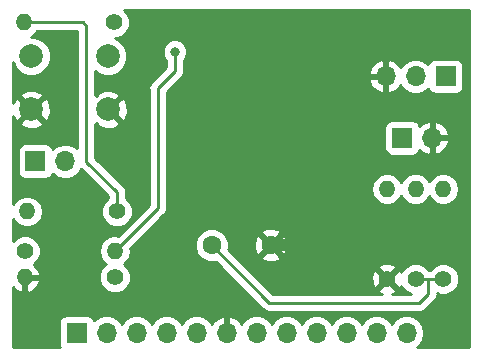
<source format=gbr>
%TF.GenerationSoftware,KiCad,Pcbnew,5.0.2-bee76a0~70~ubuntu18.04.1*%
%TF.CreationDate,2019-02-17T22:46:45-03:00*%
%TF.ProjectId,ESP12-breakout-r01,45535031-322d-4627-9265-616b6f75742d,rev?*%
%TF.SameCoordinates,Original*%
%TF.FileFunction,Copper,L2,Bot*%
%TF.FilePolarity,Positive*%
%FSLAX46Y46*%
G04 Gerber Fmt 4.6, Leading zero omitted, Abs format (unit mm)*
G04 Created by KiCad (PCBNEW 5.0.2-bee76a0~70~ubuntu18.04.1) date dom 17 fev 2019 22:46:45 -03*
%MOMM*%
%LPD*%
G01*
G04 APERTURE LIST*
%ADD10C,1.400000*%
%ADD11O,1.400000X1.400000*%
%ADD12C,2.000000*%
%ADD13C,1.600000*%
%ADD14O,1.700000X1.700000*%
%ADD15R,1.700000X1.700000*%
%ADD16C,0.800000*%
%ADD17C,0.254000*%
%ADD18C,1.000000*%
G04 APERTURE END LIST*
D10*
X182308500Y-38100000D03*
D11*
X182308500Y-30480000D03*
X179959000Y-30480000D03*
D10*
X179959000Y-38100000D03*
X177546000Y-38100000D03*
D11*
X177546000Y-30480000D03*
X146875500Y-37973000D03*
D10*
X154495500Y-37973000D03*
X146875500Y-35750500D03*
D11*
X154495500Y-35750500D03*
X147066000Y-32385000D03*
D10*
X154686000Y-32385000D03*
X154432000Y-16383000D03*
D11*
X146812000Y-16383000D03*
D12*
X153924000Y-19249000D03*
X153924000Y-23749000D03*
X147424000Y-19249000D03*
X147424000Y-23749000D03*
D13*
X162687000Y-35242500D03*
X167687000Y-35242500D03*
D14*
X181356000Y-26162000D03*
D15*
X178816000Y-26162000D03*
X147764500Y-28130500D03*
D14*
X150304500Y-28130500D03*
D15*
X182499000Y-20955000D03*
D14*
X179959000Y-20955000D03*
X177419000Y-20955000D03*
D15*
X151257000Y-42672000D03*
D14*
X153797000Y-42672000D03*
X156337000Y-42672000D03*
X158877000Y-42672000D03*
X161417000Y-42672000D03*
X163957000Y-42672000D03*
X166497000Y-42672000D03*
X169037000Y-42672000D03*
X171577000Y-42672000D03*
X174117000Y-42672000D03*
X176657000Y-42672000D03*
X179197000Y-42672000D03*
D16*
X159575500Y-18859500D03*
X174815500Y-30861000D03*
X173291500Y-32004000D03*
D17*
X152082500Y-16700500D02*
X151765000Y-16383000D01*
X151765000Y-16383000D02*
X146812000Y-16383000D01*
X152082500Y-28166538D02*
X152082500Y-16700500D01*
X154686000Y-32385000D02*
X154686000Y-30770038D01*
X154686000Y-30770038D02*
X152082500Y-28166538D01*
X162687000Y-35242500D02*
X167576500Y-40132000D01*
X180276500Y-40132000D02*
X181038500Y-39370000D01*
X167576500Y-40132000D02*
X180276500Y-40132000D01*
X182308500Y-38100000D02*
X181038500Y-38100000D01*
X181038500Y-39370000D02*
X181038500Y-38100000D01*
X181038500Y-38100000D02*
X179959000Y-38100000D01*
X159575500Y-18859500D02*
X159575500Y-20510500D01*
X158115000Y-21971000D02*
X159575500Y-20510500D01*
X158115000Y-32131000D02*
X158115000Y-21971000D01*
X154495500Y-35750500D02*
X158115000Y-32131000D01*
D18*
X170434000Y-35242500D02*
X174815500Y-30861000D01*
X167687000Y-35242500D02*
X170434000Y-35242500D01*
D17*
G36*
X184456000Y-43867000D02*
X180081485Y-43867000D01*
X180267625Y-43742625D01*
X180595839Y-43251418D01*
X180711092Y-42672000D01*
X180595839Y-42092582D01*
X180267625Y-41601375D01*
X179776418Y-41273161D01*
X179343256Y-41187000D01*
X179050744Y-41187000D01*
X178617582Y-41273161D01*
X178126375Y-41601375D01*
X177927000Y-41899761D01*
X177727625Y-41601375D01*
X177236418Y-41273161D01*
X176803256Y-41187000D01*
X176510744Y-41187000D01*
X176077582Y-41273161D01*
X175586375Y-41601375D01*
X175387000Y-41899761D01*
X175187625Y-41601375D01*
X174696418Y-41273161D01*
X174263256Y-41187000D01*
X173970744Y-41187000D01*
X173537582Y-41273161D01*
X173046375Y-41601375D01*
X172847000Y-41899761D01*
X172647625Y-41601375D01*
X172156418Y-41273161D01*
X171723256Y-41187000D01*
X171430744Y-41187000D01*
X170997582Y-41273161D01*
X170506375Y-41601375D01*
X170307000Y-41899761D01*
X170107625Y-41601375D01*
X169616418Y-41273161D01*
X169183256Y-41187000D01*
X168890744Y-41187000D01*
X168457582Y-41273161D01*
X167966375Y-41601375D01*
X167767000Y-41899761D01*
X167567625Y-41601375D01*
X167076418Y-41273161D01*
X166643256Y-41187000D01*
X166350744Y-41187000D01*
X165917582Y-41273161D01*
X165426375Y-41601375D01*
X165213157Y-41920478D01*
X165152183Y-41790642D01*
X164723924Y-41400355D01*
X164313890Y-41230524D01*
X164084000Y-41351845D01*
X164084000Y-42545000D01*
X164104000Y-42545000D01*
X164104000Y-42799000D01*
X164084000Y-42799000D01*
X164084000Y-42819000D01*
X163830000Y-42819000D01*
X163830000Y-42799000D01*
X163810000Y-42799000D01*
X163810000Y-42545000D01*
X163830000Y-42545000D01*
X163830000Y-41351845D01*
X163600110Y-41230524D01*
X163190076Y-41400355D01*
X162761817Y-41790642D01*
X162700843Y-41920478D01*
X162487625Y-41601375D01*
X161996418Y-41273161D01*
X161563256Y-41187000D01*
X161270744Y-41187000D01*
X160837582Y-41273161D01*
X160346375Y-41601375D01*
X160147000Y-41899761D01*
X159947625Y-41601375D01*
X159456418Y-41273161D01*
X159023256Y-41187000D01*
X158730744Y-41187000D01*
X158297582Y-41273161D01*
X157806375Y-41601375D01*
X157607000Y-41899761D01*
X157407625Y-41601375D01*
X156916418Y-41273161D01*
X156483256Y-41187000D01*
X156190744Y-41187000D01*
X155757582Y-41273161D01*
X155266375Y-41601375D01*
X155067000Y-41899761D01*
X154867625Y-41601375D01*
X154376418Y-41273161D01*
X153943256Y-41187000D01*
X153650744Y-41187000D01*
X153217582Y-41273161D01*
X152726375Y-41601375D01*
X152714184Y-41619619D01*
X152705157Y-41574235D01*
X152564809Y-41364191D01*
X152354765Y-41223843D01*
X152107000Y-41174560D01*
X150407000Y-41174560D01*
X150159235Y-41223843D01*
X149949191Y-41364191D01*
X149808843Y-41574235D01*
X149759560Y-41822000D01*
X149759560Y-43522000D01*
X149808843Y-43769765D01*
X149873814Y-43867000D01*
X145871000Y-43867000D01*
X145871000Y-38813952D01*
X146072837Y-39039764D01*
X146542169Y-39265727D01*
X146748500Y-39143206D01*
X146748500Y-38100000D01*
X147002500Y-38100000D01*
X147002500Y-39143206D01*
X147208831Y-39265727D01*
X147678163Y-39039764D01*
X148025297Y-38651396D01*
X148168216Y-38306329D01*
X148044874Y-38100000D01*
X147002500Y-38100000D01*
X146748500Y-38100000D01*
X146728500Y-38100000D01*
X146728500Y-37846000D01*
X146748500Y-37846000D01*
X146748500Y-37826000D01*
X147002500Y-37826000D01*
X147002500Y-37846000D01*
X148044874Y-37846000D01*
X148168216Y-37639671D01*
X148025297Y-37294604D01*
X147678163Y-36906236D01*
X147629912Y-36883005D01*
X147631717Y-36882258D01*
X148007258Y-36506717D01*
X148210500Y-36016048D01*
X148210500Y-35750500D01*
X153134346Y-35750500D01*
X153237958Y-36271391D01*
X153533019Y-36712981D01*
X153733552Y-36846973D01*
X153363742Y-37216783D01*
X153160500Y-37707452D01*
X153160500Y-38238548D01*
X153363742Y-38729217D01*
X153739283Y-39104758D01*
X154229952Y-39308000D01*
X154761048Y-39308000D01*
X155251717Y-39104758D01*
X155627258Y-38729217D01*
X155830500Y-38238548D01*
X155830500Y-37707452D01*
X155627258Y-37216783D01*
X155257448Y-36846973D01*
X155457981Y-36712981D01*
X155753042Y-36271391D01*
X155856654Y-35750500D01*
X155809614Y-35514016D01*
X156366569Y-34957061D01*
X161252000Y-34957061D01*
X161252000Y-35527939D01*
X161470466Y-36055362D01*
X161874138Y-36459034D01*
X162401561Y-36677500D01*
X162972439Y-36677500D01*
X163023302Y-36656432D01*
X166984618Y-40617749D01*
X167027129Y-40681371D01*
X167090751Y-40723882D01*
X167279181Y-40849787D01*
X167279182Y-40849787D01*
X167279183Y-40849788D01*
X167501452Y-40894000D01*
X167501456Y-40894000D01*
X167576499Y-40908927D01*
X167651542Y-40894000D01*
X180201457Y-40894000D01*
X180276500Y-40908927D01*
X180351543Y-40894000D01*
X180351548Y-40894000D01*
X180573817Y-40849788D01*
X180825871Y-40681371D01*
X180868383Y-40617747D01*
X181524250Y-39961881D01*
X181587871Y-39919371D01*
X181756288Y-39667317D01*
X181800500Y-39445048D01*
X181800500Y-39445047D01*
X181815428Y-39370000D01*
X181809089Y-39338131D01*
X182042952Y-39435000D01*
X182574048Y-39435000D01*
X183064717Y-39231758D01*
X183440258Y-38856217D01*
X183643500Y-38365548D01*
X183643500Y-37834452D01*
X183440258Y-37343783D01*
X183064717Y-36968242D01*
X182574048Y-36765000D01*
X182042952Y-36765000D01*
X181552283Y-36968242D01*
X181182525Y-37338000D01*
X181113548Y-37338000D01*
X181077880Y-37330905D01*
X180715217Y-36968242D01*
X180224548Y-36765000D01*
X179693452Y-36765000D01*
X179202783Y-36968242D01*
X178827242Y-37343783D01*
X178759221Y-37507999D01*
X178717042Y-37406169D01*
X178481275Y-37344331D01*
X177725605Y-38100000D01*
X178481275Y-38855669D01*
X178717042Y-38793831D01*
X178755802Y-38683745D01*
X178827242Y-38856217D01*
X179202783Y-39231758D01*
X179536528Y-39370000D01*
X178000925Y-39370000D01*
X178239831Y-39271042D01*
X178301669Y-39035275D01*
X177546000Y-38279605D01*
X176790331Y-39035275D01*
X176852169Y-39271042D01*
X177133233Y-39370000D01*
X167892131Y-39370000D01*
X166429253Y-37907122D01*
X176198581Y-37907122D01*
X176227336Y-38437440D01*
X176374958Y-38793831D01*
X176610725Y-38855669D01*
X177366395Y-38100000D01*
X176610725Y-37344331D01*
X176374958Y-37406169D01*
X176198581Y-37907122D01*
X166429253Y-37907122D01*
X165686856Y-37164725D01*
X176790331Y-37164725D01*
X177546000Y-37920395D01*
X178301669Y-37164725D01*
X178239831Y-36928958D01*
X177738878Y-36752581D01*
X177208560Y-36781336D01*
X176852169Y-36928958D01*
X176790331Y-37164725D01*
X165686856Y-37164725D01*
X164772376Y-36250245D01*
X166858861Y-36250245D01*
X166932995Y-36496364D01*
X167470223Y-36689465D01*
X168040454Y-36662278D01*
X168441005Y-36496364D01*
X168515139Y-36250245D01*
X167687000Y-35422105D01*
X166858861Y-36250245D01*
X164772376Y-36250245D01*
X164100932Y-35578802D01*
X164122000Y-35527939D01*
X164122000Y-35025723D01*
X166240035Y-35025723D01*
X166267222Y-35595954D01*
X166433136Y-35996505D01*
X166679255Y-36070639D01*
X167507395Y-35242500D01*
X167866605Y-35242500D01*
X168694745Y-36070639D01*
X168940864Y-35996505D01*
X169133965Y-35459277D01*
X169106778Y-34889046D01*
X168940864Y-34488495D01*
X168694745Y-34414361D01*
X167866605Y-35242500D01*
X167507395Y-35242500D01*
X166679255Y-34414361D01*
X166433136Y-34488495D01*
X166240035Y-35025723D01*
X164122000Y-35025723D01*
X164122000Y-34957061D01*
X163903534Y-34429638D01*
X163708651Y-34234755D01*
X166858861Y-34234755D01*
X167687000Y-35062895D01*
X168515139Y-34234755D01*
X168441005Y-33988636D01*
X167903777Y-33795535D01*
X167333546Y-33822722D01*
X166932995Y-33988636D01*
X166858861Y-34234755D01*
X163708651Y-34234755D01*
X163499862Y-34025966D01*
X162972439Y-33807500D01*
X162401561Y-33807500D01*
X161874138Y-34025966D01*
X161470466Y-34429638D01*
X161252000Y-34957061D01*
X156366569Y-34957061D01*
X158600750Y-32722881D01*
X158664371Y-32680371D01*
X158832788Y-32428317D01*
X158877000Y-32206048D01*
X158877000Y-32206043D01*
X158891927Y-32131000D01*
X158877000Y-32055957D01*
X158877000Y-30480000D01*
X176184846Y-30480000D01*
X176288458Y-31000891D01*
X176583519Y-31442481D01*
X177025109Y-31737542D01*
X177414515Y-31815000D01*
X177677485Y-31815000D01*
X178066891Y-31737542D01*
X178508481Y-31442481D01*
X178752500Y-31077281D01*
X178996519Y-31442481D01*
X179438109Y-31737542D01*
X179827515Y-31815000D01*
X180090485Y-31815000D01*
X180479891Y-31737542D01*
X180921481Y-31442481D01*
X181133750Y-31124798D01*
X181346019Y-31442481D01*
X181787609Y-31737542D01*
X182177015Y-31815000D01*
X182439985Y-31815000D01*
X182829391Y-31737542D01*
X183270981Y-31442481D01*
X183566042Y-31000891D01*
X183669654Y-30480000D01*
X183566042Y-29959109D01*
X183270981Y-29517519D01*
X182829391Y-29222458D01*
X182439985Y-29145000D01*
X182177015Y-29145000D01*
X181787609Y-29222458D01*
X181346019Y-29517519D01*
X181133750Y-29835202D01*
X180921481Y-29517519D01*
X180479891Y-29222458D01*
X180090485Y-29145000D01*
X179827515Y-29145000D01*
X179438109Y-29222458D01*
X178996519Y-29517519D01*
X178752500Y-29882719D01*
X178508481Y-29517519D01*
X178066891Y-29222458D01*
X177677485Y-29145000D01*
X177414515Y-29145000D01*
X177025109Y-29222458D01*
X176583519Y-29517519D01*
X176288458Y-29959109D01*
X176184846Y-30480000D01*
X158877000Y-30480000D01*
X158877000Y-25312000D01*
X177318560Y-25312000D01*
X177318560Y-27012000D01*
X177367843Y-27259765D01*
X177508191Y-27469809D01*
X177718235Y-27610157D01*
X177966000Y-27659440D01*
X179666000Y-27659440D01*
X179913765Y-27610157D01*
X180123809Y-27469809D01*
X180264157Y-27259765D01*
X180284739Y-27156292D01*
X180589076Y-27433645D01*
X180999110Y-27603476D01*
X181229000Y-27482155D01*
X181229000Y-26289000D01*
X181483000Y-26289000D01*
X181483000Y-27482155D01*
X181712890Y-27603476D01*
X182122924Y-27433645D01*
X182551183Y-27043358D01*
X182797486Y-26518892D01*
X182676819Y-26289000D01*
X181483000Y-26289000D01*
X181229000Y-26289000D01*
X181209000Y-26289000D01*
X181209000Y-26035000D01*
X181229000Y-26035000D01*
X181229000Y-24841845D01*
X181483000Y-24841845D01*
X181483000Y-26035000D01*
X182676819Y-26035000D01*
X182797486Y-25805108D01*
X182551183Y-25280642D01*
X182122924Y-24890355D01*
X181712890Y-24720524D01*
X181483000Y-24841845D01*
X181229000Y-24841845D01*
X180999110Y-24720524D01*
X180589076Y-24890355D01*
X180284739Y-25167708D01*
X180264157Y-25064235D01*
X180123809Y-24854191D01*
X179913765Y-24713843D01*
X179666000Y-24664560D01*
X177966000Y-24664560D01*
X177718235Y-24713843D01*
X177508191Y-24854191D01*
X177367843Y-25064235D01*
X177318560Y-25312000D01*
X158877000Y-25312000D01*
X158877000Y-22286630D01*
X159851738Y-21311892D01*
X175977514Y-21311892D01*
X176223817Y-21836358D01*
X176652076Y-22226645D01*
X177062110Y-22396476D01*
X177292000Y-22275155D01*
X177292000Y-21082000D01*
X176098181Y-21082000D01*
X175977514Y-21311892D01*
X159851738Y-21311892D01*
X160061249Y-21102382D01*
X160124871Y-21059871D01*
X160293288Y-20807817D01*
X160335001Y-20598108D01*
X175977514Y-20598108D01*
X176098181Y-20828000D01*
X177292000Y-20828000D01*
X177292000Y-19634845D01*
X177546000Y-19634845D01*
X177546000Y-20828000D01*
X177566000Y-20828000D01*
X177566000Y-21082000D01*
X177546000Y-21082000D01*
X177546000Y-22275155D01*
X177775890Y-22396476D01*
X178185924Y-22226645D01*
X178614183Y-21836358D01*
X178675157Y-21706522D01*
X178888375Y-22025625D01*
X179379582Y-22353839D01*
X179812744Y-22440000D01*
X180105256Y-22440000D01*
X180538418Y-22353839D01*
X181029625Y-22025625D01*
X181041816Y-22007381D01*
X181050843Y-22052765D01*
X181191191Y-22262809D01*
X181401235Y-22403157D01*
X181649000Y-22452440D01*
X183349000Y-22452440D01*
X183596765Y-22403157D01*
X183806809Y-22262809D01*
X183947157Y-22052765D01*
X183996440Y-21805000D01*
X183996440Y-20105000D01*
X183947157Y-19857235D01*
X183806809Y-19647191D01*
X183596765Y-19506843D01*
X183349000Y-19457560D01*
X181649000Y-19457560D01*
X181401235Y-19506843D01*
X181191191Y-19647191D01*
X181050843Y-19857235D01*
X181041816Y-19902619D01*
X181029625Y-19884375D01*
X180538418Y-19556161D01*
X180105256Y-19470000D01*
X179812744Y-19470000D01*
X179379582Y-19556161D01*
X178888375Y-19884375D01*
X178675157Y-20203478D01*
X178614183Y-20073642D01*
X178185924Y-19683355D01*
X177775890Y-19513524D01*
X177546000Y-19634845D01*
X177292000Y-19634845D01*
X177062110Y-19513524D01*
X176652076Y-19683355D01*
X176223817Y-20073642D01*
X175977514Y-20598108D01*
X160335001Y-20598108D01*
X160337500Y-20585548D01*
X160337500Y-20585543D01*
X160352427Y-20510500D01*
X160337500Y-20435457D01*
X160337500Y-19561211D01*
X160452931Y-19445780D01*
X160610500Y-19065374D01*
X160610500Y-18653626D01*
X160452931Y-18273220D01*
X160161780Y-17982069D01*
X159781374Y-17824500D01*
X159369626Y-17824500D01*
X158989220Y-17982069D01*
X158698069Y-18273220D01*
X158540500Y-18653626D01*
X158540500Y-19065374D01*
X158698069Y-19445780D01*
X158813500Y-19561211D01*
X158813501Y-20194868D01*
X157629251Y-21379119D01*
X157565630Y-21421629D01*
X157523119Y-21485251D01*
X157523118Y-21485252D01*
X157397213Y-21673683D01*
X157338073Y-21971000D01*
X157353001Y-22046048D01*
X157353000Y-31815369D01*
X154731984Y-34436386D01*
X154626985Y-34415500D01*
X154364015Y-34415500D01*
X153974609Y-34492958D01*
X153533019Y-34788019D01*
X153237958Y-35229609D01*
X153134346Y-35750500D01*
X148210500Y-35750500D01*
X148210500Y-35484952D01*
X148007258Y-34994283D01*
X147631717Y-34618742D01*
X147141048Y-34415500D01*
X146609952Y-34415500D01*
X146119283Y-34618742D01*
X145871000Y-34867025D01*
X145871000Y-32999492D01*
X146103519Y-33347481D01*
X146545109Y-33642542D01*
X146934515Y-33720000D01*
X147197485Y-33720000D01*
X147586891Y-33642542D01*
X148028481Y-33347481D01*
X148323542Y-32905891D01*
X148427154Y-32385000D01*
X148323542Y-31864109D01*
X148028481Y-31422519D01*
X147586891Y-31127458D01*
X147197485Y-31050000D01*
X146934515Y-31050000D01*
X146545109Y-31127458D01*
X146103519Y-31422519D01*
X145871000Y-31770508D01*
X145871000Y-24901532D01*
X146451073Y-24901532D01*
X146549736Y-25168387D01*
X147159461Y-25394908D01*
X147809460Y-25370856D01*
X148298264Y-25168387D01*
X148396927Y-24901532D01*
X147424000Y-23928605D01*
X146451073Y-24901532D01*
X145871000Y-24901532D01*
X145871000Y-24300693D01*
X146004613Y-24623264D01*
X146271468Y-24721927D01*
X147244395Y-23749000D01*
X147603605Y-23749000D01*
X148576532Y-24721927D01*
X148843387Y-24623264D01*
X149069908Y-24013539D01*
X149045856Y-23363540D01*
X148843387Y-22874736D01*
X148576532Y-22776073D01*
X147603605Y-23749000D01*
X147244395Y-23749000D01*
X146271468Y-22776073D01*
X146004613Y-22874736D01*
X145871000Y-23234381D01*
X145871000Y-22596468D01*
X146451073Y-22596468D01*
X147424000Y-23569395D01*
X148396927Y-22596468D01*
X148298264Y-22329613D01*
X147688539Y-22103092D01*
X147038540Y-22127144D01*
X146549736Y-22329613D01*
X146451073Y-22596468D01*
X145871000Y-22596468D01*
X145871000Y-19772187D01*
X146037914Y-20175153D01*
X146497847Y-20635086D01*
X147098778Y-20884000D01*
X147749222Y-20884000D01*
X148350153Y-20635086D01*
X148810086Y-20175153D01*
X149059000Y-19574222D01*
X149059000Y-18923778D01*
X148810086Y-18322847D01*
X148350153Y-17862914D01*
X147749222Y-17614000D01*
X147372614Y-17614000D01*
X147774481Y-17345481D01*
X147908438Y-17145000D01*
X151320501Y-17145000D01*
X151320500Y-27023376D01*
X150883918Y-26731661D01*
X150450756Y-26645500D01*
X150158244Y-26645500D01*
X149725082Y-26731661D01*
X149233875Y-27059875D01*
X149221684Y-27078119D01*
X149212657Y-27032735D01*
X149072309Y-26822691D01*
X148862265Y-26682343D01*
X148614500Y-26633060D01*
X146914500Y-26633060D01*
X146666735Y-26682343D01*
X146456691Y-26822691D01*
X146316343Y-27032735D01*
X146267060Y-27280500D01*
X146267060Y-28980500D01*
X146316343Y-29228265D01*
X146456691Y-29438309D01*
X146666735Y-29578657D01*
X146914500Y-29627940D01*
X148614500Y-29627940D01*
X148862265Y-29578657D01*
X149072309Y-29438309D01*
X149212657Y-29228265D01*
X149221684Y-29182881D01*
X149233875Y-29201125D01*
X149725082Y-29529339D01*
X150158244Y-29615500D01*
X150450756Y-29615500D01*
X150883918Y-29529339D01*
X151375125Y-29201125D01*
X151641219Y-28802887D01*
X153924001Y-31085670D01*
X153924001Y-31259024D01*
X153554242Y-31628783D01*
X153351000Y-32119452D01*
X153351000Y-32650548D01*
X153554242Y-33141217D01*
X153929783Y-33516758D01*
X154420452Y-33720000D01*
X154951548Y-33720000D01*
X155442217Y-33516758D01*
X155817758Y-33141217D01*
X156021000Y-32650548D01*
X156021000Y-32119452D01*
X155817758Y-31628783D01*
X155448000Y-31259025D01*
X155448000Y-30845080D01*
X155462927Y-30770037D01*
X155448000Y-30694994D01*
X155448000Y-30694990D01*
X155403788Y-30472721D01*
X155235371Y-30220667D01*
X155171749Y-30178156D01*
X152844500Y-27850908D01*
X152844500Y-25008108D01*
X152951074Y-24901534D01*
X153049736Y-25168387D01*
X153659461Y-25394908D01*
X154309460Y-25370856D01*
X154798264Y-25168387D01*
X154896927Y-24901532D01*
X153924000Y-23928605D01*
X153909858Y-23942748D01*
X153730253Y-23763143D01*
X153744395Y-23749000D01*
X154103605Y-23749000D01*
X155076532Y-24721927D01*
X155343387Y-24623264D01*
X155569908Y-24013539D01*
X155545856Y-23363540D01*
X155343387Y-22874736D01*
X155076532Y-22776073D01*
X154103605Y-23749000D01*
X153744395Y-23749000D01*
X153730253Y-23734858D01*
X153909858Y-23555253D01*
X153924000Y-23569395D01*
X154896927Y-22596468D01*
X154798264Y-22329613D01*
X154188539Y-22103092D01*
X153538540Y-22127144D01*
X153049736Y-22329613D01*
X152951074Y-22596466D01*
X152844500Y-22489892D01*
X152844500Y-20481739D01*
X152997847Y-20635086D01*
X153598778Y-20884000D01*
X154249222Y-20884000D01*
X154850153Y-20635086D01*
X155310086Y-20175153D01*
X155559000Y-19574222D01*
X155559000Y-18923778D01*
X155310086Y-18322847D01*
X154850153Y-17862914D01*
X154500300Y-17718000D01*
X154697548Y-17718000D01*
X155188217Y-17514758D01*
X155563758Y-17139217D01*
X155767000Y-16648548D01*
X155767000Y-16117452D01*
X155563758Y-15626783D01*
X155251975Y-15315000D01*
X184456001Y-15315000D01*
X184456000Y-43867000D01*
X184456000Y-43867000D01*
G37*
X184456000Y-43867000D02*
X180081485Y-43867000D01*
X180267625Y-43742625D01*
X180595839Y-43251418D01*
X180711092Y-42672000D01*
X180595839Y-42092582D01*
X180267625Y-41601375D01*
X179776418Y-41273161D01*
X179343256Y-41187000D01*
X179050744Y-41187000D01*
X178617582Y-41273161D01*
X178126375Y-41601375D01*
X177927000Y-41899761D01*
X177727625Y-41601375D01*
X177236418Y-41273161D01*
X176803256Y-41187000D01*
X176510744Y-41187000D01*
X176077582Y-41273161D01*
X175586375Y-41601375D01*
X175387000Y-41899761D01*
X175187625Y-41601375D01*
X174696418Y-41273161D01*
X174263256Y-41187000D01*
X173970744Y-41187000D01*
X173537582Y-41273161D01*
X173046375Y-41601375D01*
X172847000Y-41899761D01*
X172647625Y-41601375D01*
X172156418Y-41273161D01*
X171723256Y-41187000D01*
X171430744Y-41187000D01*
X170997582Y-41273161D01*
X170506375Y-41601375D01*
X170307000Y-41899761D01*
X170107625Y-41601375D01*
X169616418Y-41273161D01*
X169183256Y-41187000D01*
X168890744Y-41187000D01*
X168457582Y-41273161D01*
X167966375Y-41601375D01*
X167767000Y-41899761D01*
X167567625Y-41601375D01*
X167076418Y-41273161D01*
X166643256Y-41187000D01*
X166350744Y-41187000D01*
X165917582Y-41273161D01*
X165426375Y-41601375D01*
X165213157Y-41920478D01*
X165152183Y-41790642D01*
X164723924Y-41400355D01*
X164313890Y-41230524D01*
X164084000Y-41351845D01*
X164084000Y-42545000D01*
X164104000Y-42545000D01*
X164104000Y-42799000D01*
X164084000Y-42799000D01*
X164084000Y-42819000D01*
X163830000Y-42819000D01*
X163830000Y-42799000D01*
X163810000Y-42799000D01*
X163810000Y-42545000D01*
X163830000Y-42545000D01*
X163830000Y-41351845D01*
X163600110Y-41230524D01*
X163190076Y-41400355D01*
X162761817Y-41790642D01*
X162700843Y-41920478D01*
X162487625Y-41601375D01*
X161996418Y-41273161D01*
X161563256Y-41187000D01*
X161270744Y-41187000D01*
X160837582Y-41273161D01*
X160346375Y-41601375D01*
X160147000Y-41899761D01*
X159947625Y-41601375D01*
X159456418Y-41273161D01*
X159023256Y-41187000D01*
X158730744Y-41187000D01*
X158297582Y-41273161D01*
X157806375Y-41601375D01*
X157607000Y-41899761D01*
X157407625Y-41601375D01*
X156916418Y-41273161D01*
X156483256Y-41187000D01*
X156190744Y-41187000D01*
X155757582Y-41273161D01*
X155266375Y-41601375D01*
X155067000Y-41899761D01*
X154867625Y-41601375D01*
X154376418Y-41273161D01*
X153943256Y-41187000D01*
X153650744Y-41187000D01*
X153217582Y-41273161D01*
X152726375Y-41601375D01*
X152714184Y-41619619D01*
X152705157Y-41574235D01*
X152564809Y-41364191D01*
X152354765Y-41223843D01*
X152107000Y-41174560D01*
X150407000Y-41174560D01*
X150159235Y-41223843D01*
X149949191Y-41364191D01*
X149808843Y-41574235D01*
X149759560Y-41822000D01*
X149759560Y-43522000D01*
X149808843Y-43769765D01*
X149873814Y-43867000D01*
X145871000Y-43867000D01*
X145871000Y-38813952D01*
X146072837Y-39039764D01*
X146542169Y-39265727D01*
X146748500Y-39143206D01*
X146748500Y-38100000D01*
X147002500Y-38100000D01*
X147002500Y-39143206D01*
X147208831Y-39265727D01*
X147678163Y-39039764D01*
X148025297Y-38651396D01*
X148168216Y-38306329D01*
X148044874Y-38100000D01*
X147002500Y-38100000D01*
X146748500Y-38100000D01*
X146728500Y-38100000D01*
X146728500Y-37846000D01*
X146748500Y-37846000D01*
X146748500Y-37826000D01*
X147002500Y-37826000D01*
X147002500Y-37846000D01*
X148044874Y-37846000D01*
X148168216Y-37639671D01*
X148025297Y-37294604D01*
X147678163Y-36906236D01*
X147629912Y-36883005D01*
X147631717Y-36882258D01*
X148007258Y-36506717D01*
X148210500Y-36016048D01*
X148210500Y-35750500D01*
X153134346Y-35750500D01*
X153237958Y-36271391D01*
X153533019Y-36712981D01*
X153733552Y-36846973D01*
X153363742Y-37216783D01*
X153160500Y-37707452D01*
X153160500Y-38238548D01*
X153363742Y-38729217D01*
X153739283Y-39104758D01*
X154229952Y-39308000D01*
X154761048Y-39308000D01*
X155251717Y-39104758D01*
X155627258Y-38729217D01*
X155830500Y-38238548D01*
X155830500Y-37707452D01*
X155627258Y-37216783D01*
X155257448Y-36846973D01*
X155457981Y-36712981D01*
X155753042Y-36271391D01*
X155856654Y-35750500D01*
X155809614Y-35514016D01*
X156366569Y-34957061D01*
X161252000Y-34957061D01*
X161252000Y-35527939D01*
X161470466Y-36055362D01*
X161874138Y-36459034D01*
X162401561Y-36677500D01*
X162972439Y-36677500D01*
X163023302Y-36656432D01*
X166984618Y-40617749D01*
X167027129Y-40681371D01*
X167090751Y-40723882D01*
X167279181Y-40849787D01*
X167279182Y-40849787D01*
X167279183Y-40849788D01*
X167501452Y-40894000D01*
X167501456Y-40894000D01*
X167576499Y-40908927D01*
X167651542Y-40894000D01*
X180201457Y-40894000D01*
X180276500Y-40908927D01*
X180351543Y-40894000D01*
X180351548Y-40894000D01*
X180573817Y-40849788D01*
X180825871Y-40681371D01*
X180868383Y-40617747D01*
X181524250Y-39961881D01*
X181587871Y-39919371D01*
X181756288Y-39667317D01*
X181800500Y-39445048D01*
X181800500Y-39445047D01*
X181815428Y-39370000D01*
X181809089Y-39338131D01*
X182042952Y-39435000D01*
X182574048Y-39435000D01*
X183064717Y-39231758D01*
X183440258Y-38856217D01*
X183643500Y-38365548D01*
X183643500Y-37834452D01*
X183440258Y-37343783D01*
X183064717Y-36968242D01*
X182574048Y-36765000D01*
X182042952Y-36765000D01*
X181552283Y-36968242D01*
X181182525Y-37338000D01*
X181113548Y-37338000D01*
X181077880Y-37330905D01*
X180715217Y-36968242D01*
X180224548Y-36765000D01*
X179693452Y-36765000D01*
X179202783Y-36968242D01*
X178827242Y-37343783D01*
X178759221Y-37507999D01*
X178717042Y-37406169D01*
X178481275Y-37344331D01*
X177725605Y-38100000D01*
X178481275Y-38855669D01*
X178717042Y-38793831D01*
X178755802Y-38683745D01*
X178827242Y-38856217D01*
X179202783Y-39231758D01*
X179536528Y-39370000D01*
X178000925Y-39370000D01*
X178239831Y-39271042D01*
X178301669Y-39035275D01*
X177546000Y-38279605D01*
X176790331Y-39035275D01*
X176852169Y-39271042D01*
X177133233Y-39370000D01*
X167892131Y-39370000D01*
X166429253Y-37907122D01*
X176198581Y-37907122D01*
X176227336Y-38437440D01*
X176374958Y-38793831D01*
X176610725Y-38855669D01*
X177366395Y-38100000D01*
X176610725Y-37344331D01*
X176374958Y-37406169D01*
X176198581Y-37907122D01*
X166429253Y-37907122D01*
X165686856Y-37164725D01*
X176790331Y-37164725D01*
X177546000Y-37920395D01*
X178301669Y-37164725D01*
X178239831Y-36928958D01*
X177738878Y-36752581D01*
X177208560Y-36781336D01*
X176852169Y-36928958D01*
X176790331Y-37164725D01*
X165686856Y-37164725D01*
X164772376Y-36250245D01*
X166858861Y-36250245D01*
X166932995Y-36496364D01*
X167470223Y-36689465D01*
X168040454Y-36662278D01*
X168441005Y-36496364D01*
X168515139Y-36250245D01*
X167687000Y-35422105D01*
X166858861Y-36250245D01*
X164772376Y-36250245D01*
X164100932Y-35578802D01*
X164122000Y-35527939D01*
X164122000Y-35025723D01*
X166240035Y-35025723D01*
X166267222Y-35595954D01*
X166433136Y-35996505D01*
X166679255Y-36070639D01*
X167507395Y-35242500D01*
X167866605Y-35242500D01*
X168694745Y-36070639D01*
X168940864Y-35996505D01*
X169133965Y-35459277D01*
X169106778Y-34889046D01*
X168940864Y-34488495D01*
X168694745Y-34414361D01*
X167866605Y-35242500D01*
X167507395Y-35242500D01*
X166679255Y-34414361D01*
X166433136Y-34488495D01*
X166240035Y-35025723D01*
X164122000Y-35025723D01*
X164122000Y-34957061D01*
X163903534Y-34429638D01*
X163708651Y-34234755D01*
X166858861Y-34234755D01*
X167687000Y-35062895D01*
X168515139Y-34234755D01*
X168441005Y-33988636D01*
X167903777Y-33795535D01*
X167333546Y-33822722D01*
X166932995Y-33988636D01*
X166858861Y-34234755D01*
X163708651Y-34234755D01*
X163499862Y-34025966D01*
X162972439Y-33807500D01*
X162401561Y-33807500D01*
X161874138Y-34025966D01*
X161470466Y-34429638D01*
X161252000Y-34957061D01*
X156366569Y-34957061D01*
X158600750Y-32722881D01*
X158664371Y-32680371D01*
X158832788Y-32428317D01*
X158877000Y-32206048D01*
X158877000Y-32206043D01*
X158891927Y-32131000D01*
X158877000Y-32055957D01*
X158877000Y-30480000D01*
X176184846Y-30480000D01*
X176288458Y-31000891D01*
X176583519Y-31442481D01*
X177025109Y-31737542D01*
X177414515Y-31815000D01*
X177677485Y-31815000D01*
X178066891Y-31737542D01*
X178508481Y-31442481D01*
X178752500Y-31077281D01*
X178996519Y-31442481D01*
X179438109Y-31737542D01*
X179827515Y-31815000D01*
X180090485Y-31815000D01*
X180479891Y-31737542D01*
X180921481Y-31442481D01*
X181133750Y-31124798D01*
X181346019Y-31442481D01*
X181787609Y-31737542D01*
X182177015Y-31815000D01*
X182439985Y-31815000D01*
X182829391Y-31737542D01*
X183270981Y-31442481D01*
X183566042Y-31000891D01*
X183669654Y-30480000D01*
X183566042Y-29959109D01*
X183270981Y-29517519D01*
X182829391Y-29222458D01*
X182439985Y-29145000D01*
X182177015Y-29145000D01*
X181787609Y-29222458D01*
X181346019Y-29517519D01*
X181133750Y-29835202D01*
X180921481Y-29517519D01*
X180479891Y-29222458D01*
X180090485Y-29145000D01*
X179827515Y-29145000D01*
X179438109Y-29222458D01*
X178996519Y-29517519D01*
X178752500Y-29882719D01*
X178508481Y-29517519D01*
X178066891Y-29222458D01*
X177677485Y-29145000D01*
X177414515Y-29145000D01*
X177025109Y-29222458D01*
X176583519Y-29517519D01*
X176288458Y-29959109D01*
X176184846Y-30480000D01*
X158877000Y-30480000D01*
X158877000Y-25312000D01*
X177318560Y-25312000D01*
X177318560Y-27012000D01*
X177367843Y-27259765D01*
X177508191Y-27469809D01*
X177718235Y-27610157D01*
X177966000Y-27659440D01*
X179666000Y-27659440D01*
X179913765Y-27610157D01*
X180123809Y-27469809D01*
X180264157Y-27259765D01*
X180284739Y-27156292D01*
X180589076Y-27433645D01*
X180999110Y-27603476D01*
X181229000Y-27482155D01*
X181229000Y-26289000D01*
X181483000Y-26289000D01*
X181483000Y-27482155D01*
X181712890Y-27603476D01*
X182122924Y-27433645D01*
X182551183Y-27043358D01*
X182797486Y-26518892D01*
X182676819Y-26289000D01*
X181483000Y-26289000D01*
X181229000Y-26289000D01*
X181209000Y-26289000D01*
X181209000Y-26035000D01*
X181229000Y-26035000D01*
X181229000Y-24841845D01*
X181483000Y-24841845D01*
X181483000Y-26035000D01*
X182676819Y-26035000D01*
X182797486Y-25805108D01*
X182551183Y-25280642D01*
X182122924Y-24890355D01*
X181712890Y-24720524D01*
X181483000Y-24841845D01*
X181229000Y-24841845D01*
X180999110Y-24720524D01*
X180589076Y-24890355D01*
X180284739Y-25167708D01*
X180264157Y-25064235D01*
X180123809Y-24854191D01*
X179913765Y-24713843D01*
X179666000Y-24664560D01*
X177966000Y-24664560D01*
X177718235Y-24713843D01*
X177508191Y-24854191D01*
X177367843Y-25064235D01*
X177318560Y-25312000D01*
X158877000Y-25312000D01*
X158877000Y-22286630D01*
X159851738Y-21311892D01*
X175977514Y-21311892D01*
X176223817Y-21836358D01*
X176652076Y-22226645D01*
X177062110Y-22396476D01*
X177292000Y-22275155D01*
X177292000Y-21082000D01*
X176098181Y-21082000D01*
X175977514Y-21311892D01*
X159851738Y-21311892D01*
X160061249Y-21102382D01*
X160124871Y-21059871D01*
X160293288Y-20807817D01*
X160335001Y-20598108D01*
X175977514Y-20598108D01*
X176098181Y-20828000D01*
X177292000Y-20828000D01*
X177292000Y-19634845D01*
X177546000Y-19634845D01*
X177546000Y-20828000D01*
X177566000Y-20828000D01*
X177566000Y-21082000D01*
X177546000Y-21082000D01*
X177546000Y-22275155D01*
X177775890Y-22396476D01*
X178185924Y-22226645D01*
X178614183Y-21836358D01*
X178675157Y-21706522D01*
X178888375Y-22025625D01*
X179379582Y-22353839D01*
X179812744Y-22440000D01*
X180105256Y-22440000D01*
X180538418Y-22353839D01*
X181029625Y-22025625D01*
X181041816Y-22007381D01*
X181050843Y-22052765D01*
X181191191Y-22262809D01*
X181401235Y-22403157D01*
X181649000Y-22452440D01*
X183349000Y-22452440D01*
X183596765Y-22403157D01*
X183806809Y-22262809D01*
X183947157Y-22052765D01*
X183996440Y-21805000D01*
X183996440Y-20105000D01*
X183947157Y-19857235D01*
X183806809Y-19647191D01*
X183596765Y-19506843D01*
X183349000Y-19457560D01*
X181649000Y-19457560D01*
X181401235Y-19506843D01*
X181191191Y-19647191D01*
X181050843Y-19857235D01*
X181041816Y-19902619D01*
X181029625Y-19884375D01*
X180538418Y-19556161D01*
X180105256Y-19470000D01*
X179812744Y-19470000D01*
X179379582Y-19556161D01*
X178888375Y-19884375D01*
X178675157Y-20203478D01*
X178614183Y-20073642D01*
X178185924Y-19683355D01*
X177775890Y-19513524D01*
X177546000Y-19634845D01*
X177292000Y-19634845D01*
X177062110Y-19513524D01*
X176652076Y-19683355D01*
X176223817Y-20073642D01*
X175977514Y-20598108D01*
X160335001Y-20598108D01*
X160337500Y-20585548D01*
X160337500Y-20585543D01*
X160352427Y-20510500D01*
X160337500Y-20435457D01*
X160337500Y-19561211D01*
X160452931Y-19445780D01*
X160610500Y-19065374D01*
X160610500Y-18653626D01*
X160452931Y-18273220D01*
X160161780Y-17982069D01*
X159781374Y-17824500D01*
X159369626Y-17824500D01*
X158989220Y-17982069D01*
X158698069Y-18273220D01*
X158540500Y-18653626D01*
X158540500Y-19065374D01*
X158698069Y-19445780D01*
X158813500Y-19561211D01*
X158813501Y-20194868D01*
X157629251Y-21379119D01*
X157565630Y-21421629D01*
X157523119Y-21485251D01*
X157523118Y-21485252D01*
X157397213Y-21673683D01*
X157338073Y-21971000D01*
X157353001Y-22046048D01*
X157353000Y-31815369D01*
X154731984Y-34436386D01*
X154626985Y-34415500D01*
X154364015Y-34415500D01*
X153974609Y-34492958D01*
X153533019Y-34788019D01*
X153237958Y-35229609D01*
X153134346Y-35750500D01*
X148210500Y-35750500D01*
X148210500Y-35484952D01*
X148007258Y-34994283D01*
X147631717Y-34618742D01*
X147141048Y-34415500D01*
X146609952Y-34415500D01*
X146119283Y-34618742D01*
X145871000Y-34867025D01*
X145871000Y-32999492D01*
X146103519Y-33347481D01*
X146545109Y-33642542D01*
X146934515Y-33720000D01*
X147197485Y-33720000D01*
X147586891Y-33642542D01*
X148028481Y-33347481D01*
X148323542Y-32905891D01*
X148427154Y-32385000D01*
X148323542Y-31864109D01*
X148028481Y-31422519D01*
X147586891Y-31127458D01*
X147197485Y-31050000D01*
X146934515Y-31050000D01*
X146545109Y-31127458D01*
X146103519Y-31422519D01*
X145871000Y-31770508D01*
X145871000Y-24901532D01*
X146451073Y-24901532D01*
X146549736Y-25168387D01*
X147159461Y-25394908D01*
X147809460Y-25370856D01*
X148298264Y-25168387D01*
X148396927Y-24901532D01*
X147424000Y-23928605D01*
X146451073Y-24901532D01*
X145871000Y-24901532D01*
X145871000Y-24300693D01*
X146004613Y-24623264D01*
X146271468Y-24721927D01*
X147244395Y-23749000D01*
X147603605Y-23749000D01*
X148576532Y-24721927D01*
X148843387Y-24623264D01*
X149069908Y-24013539D01*
X149045856Y-23363540D01*
X148843387Y-22874736D01*
X148576532Y-22776073D01*
X147603605Y-23749000D01*
X147244395Y-23749000D01*
X146271468Y-22776073D01*
X146004613Y-22874736D01*
X145871000Y-23234381D01*
X145871000Y-22596468D01*
X146451073Y-22596468D01*
X147424000Y-23569395D01*
X148396927Y-22596468D01*
X148298264Y-22329613D01*
X147688539Y-22103092D01*
X147038540Y-22127144D01*
X146549736Y-22329613D01*
X146451073Y-22596468D01*
X145871000Y-22596468D01*
X145871000Y-19772187D01*
X146037914Y-20175153D01*
X146497847Y-20635086D01*
X147098778Y-20884000D01*
X147749222Y-20884000D01*
X148350153Y-20635086D01*
X148810086Y-20175153D01*
X149059000Y-19574222D01*
X149059000Y-18923778D01*
X148810086Y-18322847D01*
X148350153Y-17862914D01*
X147749222Y-17614000D01*
X147372614Y-17614000D01*
X147774481Y-17345481D01*
X147908438Y-17145000D01*
X151320501Y-17145000D01*
X151320500Y-27023376D01*
X150883918Y-26731661D01*
X150450756Y-26645500D01*
X150158244Y-26645500D01*
X149725082Y-26731661D01*
X149233875Y-27059875D01*
X149221684Y-27078119D01*
X149212657Y-27032735D01*
X149072309Y-26822691D01*
X148862265Y-26682343D01*
X148614500Y-26633060D01*
X146914500Y-26633060D01*
X146666735Y-26682343D01*
X146456691Y-26822691D01*
X146316343Y-27032735D01*
X146267060Y-27280500D01*
X146267060Y-28980500D01*
X146316343Y-29228265D01*
X146456691Y-29438309D01*
X146666735Y-29578657D01*
X146914500Y-29627940D01*
X148614500Y-29627940D01*
X148862265Y-29578657D01*
X149072309Y-29438309D01*
X149212657Y-29228265D01*
X149221684Y-29182881D01*
X149233875Y-29201125D01*
X149725082Y-29529339D01*
X150158244Y-29615500D01*
X150450756Y-29615500D01*
X150883918Y-29529339D01*
X151375125Y-29201125D01*
X151641219Y-28802887D01*
X153924001Y-31085670D01*
X153924001Y-31259024D01*
X153554242Y-31628783D01*
X153351000Y-32119452D01*
X153351000Y-32650548D01*
X153554242Y-33141217D01*
X153929783Y-33516758D01*
X154420452Y-33720000D01*
X154951548Y-33720000D01*
X155442217Y-33516758D01*
X155817758Y-33141217D01*
X156021000Y-32650548D01*
X156021000Y-32119452D01*
X155817758Y-31628783D01*
X155448000Y-31259025D01*
X155448000Y-30845080D01*
X155462927Y-30770037D01*
X155448000Y-30694994D01*
X155448000Y-30694990D01*
X155403788Y-30472721D01*
X155235371Y-30220667D01*
X155171749Y-30178156D01*
X152844500Y-27850908D01*
X152844500Y-25008108D01*
X152951074Y-24901534D01*
X153049736Y-25168387D01*
X153659461Y-25394908D01*
X154309460Y-25370856D01*
X154798264Y-25168387D01*
X154896927Y-24901532D01*
X153924000Y-23928605D01*
X153909858Y-23942748D01*
X153730253Y-23763143D01*
X153744395Y-23749000D01*
X154103605Y-23749000D01*
X155076532Y-24721927D01*
X155343387Y-24623264D01*
X155569908Y-24013539D01*
X155545856Y-23363540D01*
X155343387Y-22874736D01*
X155076532Y-22776073D01*
X154103605Y-23749000D01*
X153744395Y-23749000D01*
X153730253Y-23734858D01*
X153909858Y-23555253D01*
X153924000Y-23569395D01*
X154896927Y-22596468D01*
X154798264Y-22329613D01*
X154188539Y-22103092D01*
X153538540Y-22127144D01*
X153049736Y-22329613D01*
X152951074Y-22596466D01*
X152844500Y-22489892D01*
X152844500Y-20481739D01*
X152997847Y-20635086D01*
X153598778Y-20884000D01*
X154249222Y-20884000D01*
X154850153Y-20635086D01*
X155310086Y-20175153D01*
X155559000Y-19574222D01*
X155559000Y-18923778D01*
X155310086Y-18322847D01*
X154850153Y-17862914D01*
X154500300Y-17718000D01*
X154697548Y-17718000D01*
X155188217Y-17514758D01*
X155563758Y-17139217D01*
X155767000Y-16648548D01*
X155767000Y-16117452D01*
X155563758Y-15626783D01*
X155251975Y-15315000D01*
X184456001Y-15315000D01*
X184456000Y-43867000D01*
M02*

</source>
